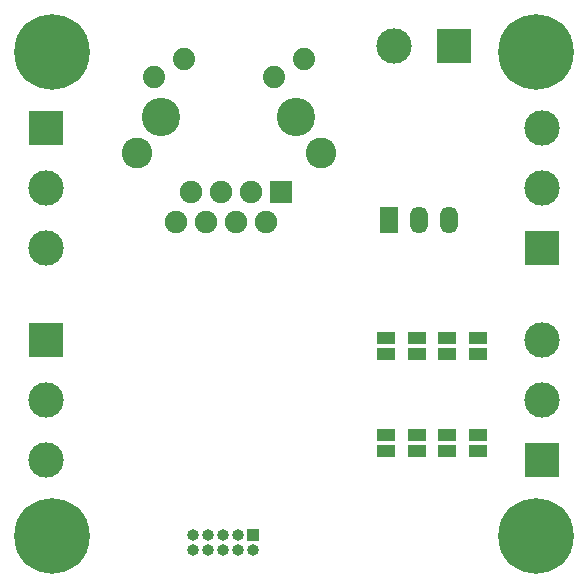
<source format=gbr>
%TF.GenerationSoftware,KiCad,Pcbnew,7.0.6*%
%TF.CreationDate,2024-06-28T04:54:33+09:00*%
%TF.ProjectId,artnet-neopixel,6172746e-6574-42d6-9e65-6f706978656c,rev?*%
%TF.SameCoordinates,Original*%
%TF.FileFunction,Soldermask,Bot*%
%TF.FilePolarity,Negative*%
%FSLAX46Y46*%
G04 Gerber Fmt 4.6, Leading zero omitted, Abs format (unit mm)*
G04 Created by KiCad (PCBNEW 7.0.6) date 2024-06-28 04:54:33*
%MOMM*%
%LPD*%
G01*
G04 APERTURE LIST*
%ADD10C,3.250000*%
%ADD11C,1.890000*%
%ADD12R,1.900000X1.900000*%
%ADD13C,1.900000*%
%ADD14C,2.600000*%
%ADD15R,3.000000X3.000000*%
%ADD16C,3.000000*%
%ADD17R,1.500000X2.300000*%
%ADD18O,1.500000X2.300000*%
%ADD19C,6.400000*%
%ADD20R,1.000000X1.000000*%
%ADD21O,1.000000X1.000000*%
%ADD22R,1.500000X1.000000*%
G04 APERTURE END LIST*
D10*
%TO.C,J7*%
X75215000Y-60030000D03*
X63785000Y-60030000D03*
D11*
X63175000Y-56650000D03*
X65715000Y-55130000D03*
X73285000Y-56650000D03*
X75825000Y-55130000D03*
D12*
X73945000Y-66370000D03*
D13*
X72675000Y-68910000D03*
X71405000Y-66370000D03*
X70135000Y-68910000D03*
X68865000Y-66370000D03*
X67595000Y-68910000D03*
X66325000Y-66370000D03*
X65055000Y-68910000D03*
D14*
X77275000Y-63080000D03*
X61725000Y-63080000D03*
%TD*%
D15*
%TO.C,J1*%
X88540000Y-54000000D03*
D16*
X83460000Y-54000000D03*
%TD*%
D15*
%TO.C,J4*%
X96000000Y-89080000D03*
D16*
X96000000Y-84000000D03*
X96000000Y-78920000D03*
%TD*%
D15*
%TO.C,J3*%
X96000000Y-71080000D03*
D16*
X96000000Y-66000000D03*
X96000000Y-60920000D03*
%TD*%
D17*
%TO.C,U1*%
X83053000Y-68707500D03*
D18*
X85593000Y-68707500D03*
X88133000Y-68707500D03*
%TD*%
D19*
%TO.C,H1*%
X54500000Y-54500000D03*
%TD*%
D20*
%TO.C,J2*%
X71550000Y-95375000D03*
D21*
X71550000Y-96645000D03*
X70280000Y-95375000D03*
X70280000Y-96645000D03*
X69010000Y-95375000D03*
X69010000Y-96645000D03*
X67740000Y-95375000D03*
X67740000Y-96645000D03*
X66470000Y-95375000D03*
X66470000Y-96645000D03*
%TD*%
D19*
%TO.C,H4*%
X95500000Y-95500000D03*
%TD*%
%TO.C,H3*%
X54500000Y-95500000D03*
%TD*%
%TO.C,H2*%
X95500000Y-54500000D03*
%TD*%
D15*
%TO.C,J5*%
X54000000Y-78920000D03*
D16*
X54000000Y-84000000D03*
X54000000Y-89080000D03*
%TD*%
D15*
%TO.C,J6*%
X54000000Y-60920000D03*
D16*
X54000000Y-66000000D03*
X54000000Y-71080000D03*
%TD*%
D22*
%TO.C,JP8*%
X82800000Y-86950000D03*
X82800000Y-88250000D03*
%TD*%
%TO.C,JP7*%
X85400000Y-86950000D03*
X85400000Y-88250000D03*
%TD*%
%TO.C,JP3*%
X85400000Y-80050000D03*
X85400000Y-78750000D03*
%TD*%
%TO.C,JP5*%
X90600000Y-86950000D03*
X90600000Y-88250000D03*
%TD*%
%TO.C,JP2*%
X88000000Y-80050000D03*
X88000000Y-78750000D03*
%TD*%
%TO.C,JP4*%
X82800000Y-80050000D03*
X82800000Y-78750000D03*
%TD*%
%TO.C,JP6*%
X88000000Y-86950000D03*
X88000000Y-88250000D03*
%TD*%
%TO.C,JP1*%
X90600000Y-80050000D03*
X90600000Y-78750000D03*
%TD*%
M02*

</source>
